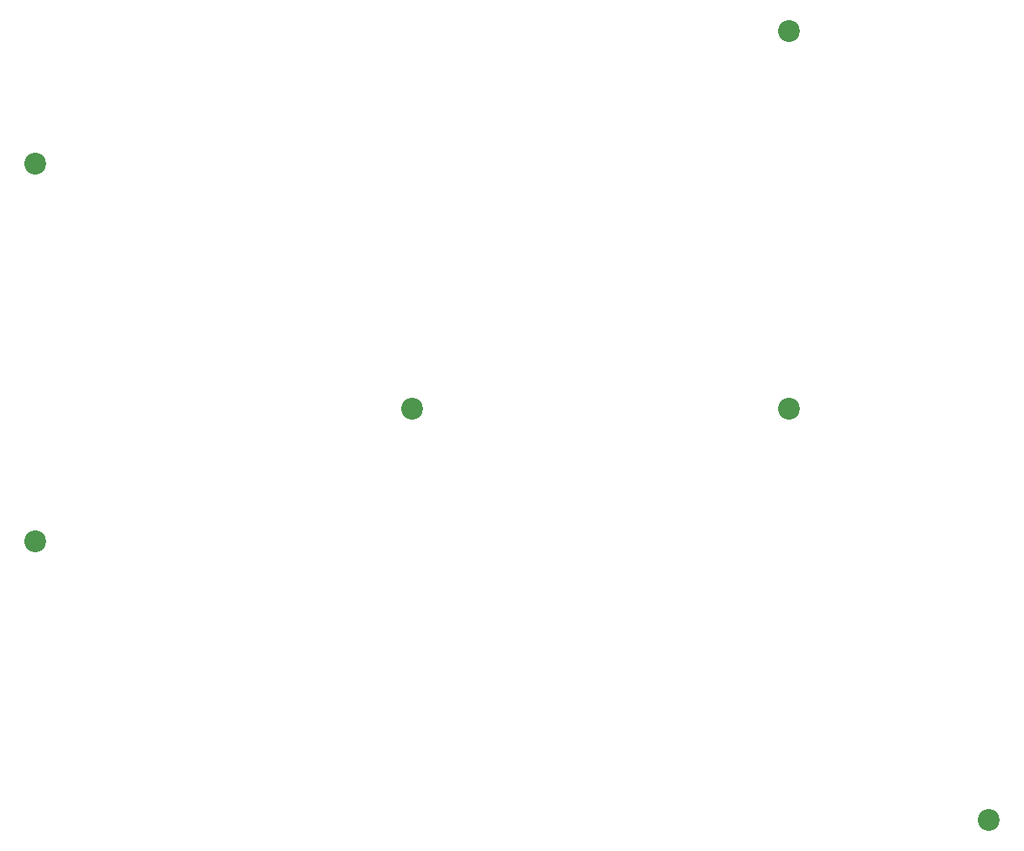
<source format=gbr>
%TF.GenerationSoftware,KiCad,Pcbnew,9.0.3-1.fc42*%
%TF.CreationDate,2025-08-27T19:55:34+02:00*%
%TF.ProjectId,plate_left,706c6174-655f-46c6-9566-742e6b696361,v1.0.0*%
%TF.SameCoordinates,Original*%
%TF.FileFunction,Soldermask,Top*%
%TF.FilePolarity,Negative*%
%FSLAX46Y46*%
G04 Gerber Fmt 4.6, Leading zero omitted, Abs format (unit mm)*
G04 Created by KiCad (PCBNEW 9.0.3-1.fc42) date 2025-08-27 19:55:34*
%MOMM*%
%LPD*%
G01*
G04 APERTURE LIST*
%ADD10C,2.200000*%
G04 APERTURE END LIST*
D10*
%TO.C,REF\u002A\u002A*%
X145000000Y-137100000D03*
%TD*%
%TO.C,REF\u002A\u002A*%
X165200000Y-216700000D03*
%TD*%
%TO.C,REF\u002A\u002A*%
X145000000Y-175200000D03*
%TD*%
%TO.C,REF\u002A\u002A*%
X107000000Y-175200000D03*
%TD*%
%TO.C,REF\u002A\u002A*%
X69000000Y-188600000D03*
%TD*%
%TO.C,REF\u002A\u002A*%
X69000000Y-150500000D03*
%TD*%
M02*

</source>
